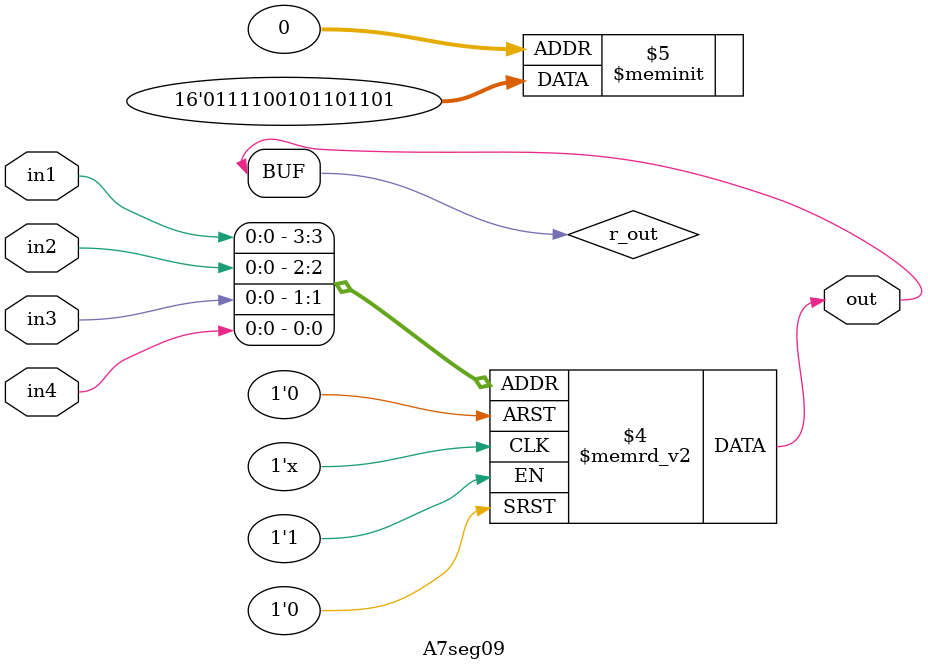
<source format=v>
module A7seg09(output out, input in1, in2, in3, in4);
  reg r_out;
  assign out = r_out;
  always@(in1, in2, in3, in4)
    begin
      case({in1, in2, in3, in4})
        4'b0000: out = 1'b1;
        4'b0001: out = 1'b0;
        4'b0010: out = 1'b1;
        4'b0011: out = 1'b1;
        4'b0100: out = 1'b0;
        4'b0101: out = 1'b1;
        4'b0110: out = 1'b1;
        4'b0111: out = 1'b0;
	4'b1000: out = 1'b1;
        4'b1001: out = 1'b0;
        4'b1010: out = 1'b0;
        4'b1011: out = 1'b1;
        4'b1100: out = 1'b1;
        4'b1101: out = 1'b1;
        4'b1110: out = 1'b1;
        4'b1111: out = 1'b0;
	
        default: out = 1'b0;
      endcase
    end
endmodule

</source>
